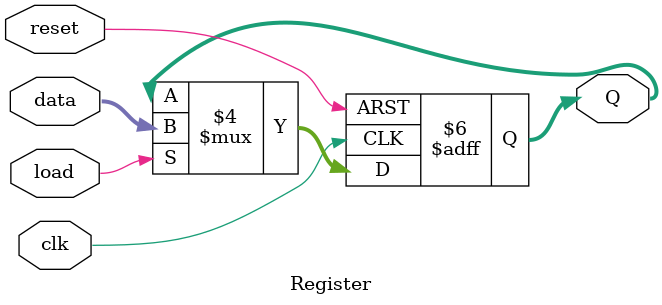
<source format=v>
`timescale 1ns / 1ps
module Register#(parameter N=32)(
input clk,
input reset,
input load,
input [N-1:0] data,
output reg [N-1:0] Q
);
always@(posedge(clk), posedge(reset)) begin
if (reset==1'b1)
Q<=0;
else begin
if (load== 1'b1)
Q<=data;
end
end
endmodule



</source>
